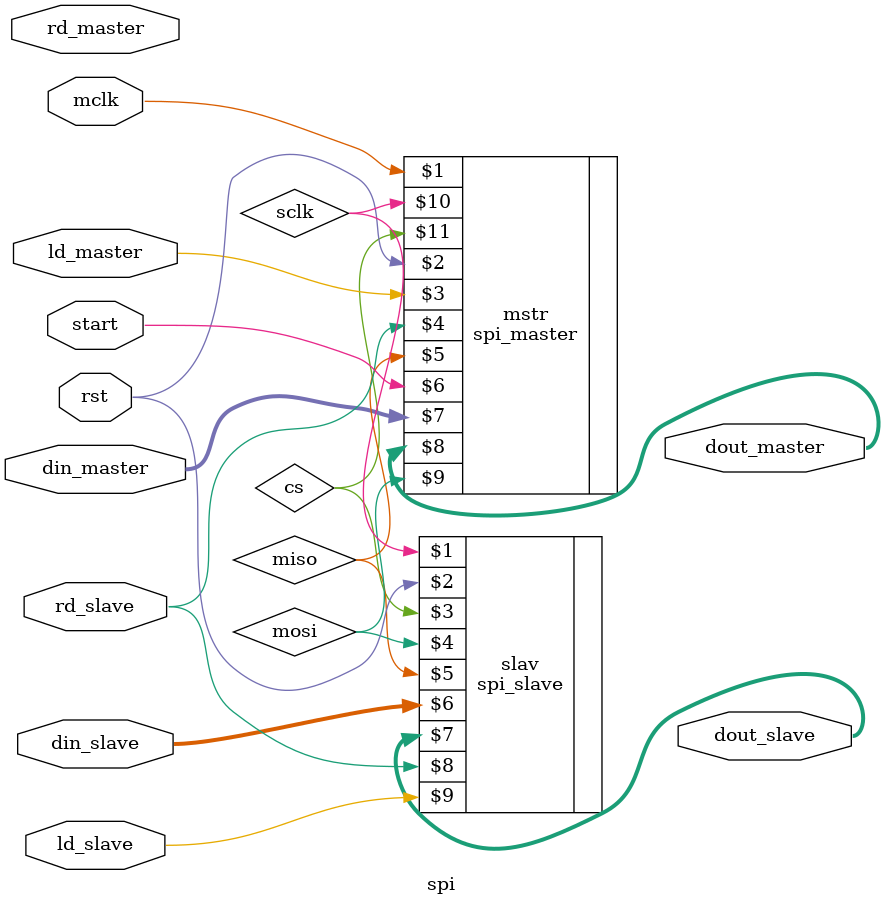
<source format=sv>
/*###################################################################*\
##              Module Name: spi                                     ##
##              Project Name: spi_protocol                           ##
##              Date:   9/12/2023                                    ##
##              Author: Kholoud Ebrahim Darwseh                      ##
##              Additional Comments: Modes not implemented           ##
\*###################################################################*/

module spi(mclk, rst, ld_master, ld_slave, rd_master, rd_slave, start, dout_master, din_slave, dout_slave, din_master);
    input mclk, rst;
    input ld_master, ld_slave;
    input rd_master, rd_slave;
    input start;
    input  [7:0] din_master, din_slave;   //from external ip
    output [7:0] dout_master, dout_slave; //to another ip
    wire miso, mosi, cs, sclk;

    spi_master mstr(mclk, rst, ld_master, rd_slave, miso, start, din_master, dout_master, mosi, sclk, cs);  
    spi_slave  slav(sclk, rst, cs, mosi, miso, din_slave, dout_slave, rd_slave, ld_slave);
endmodule :spi
</source>
